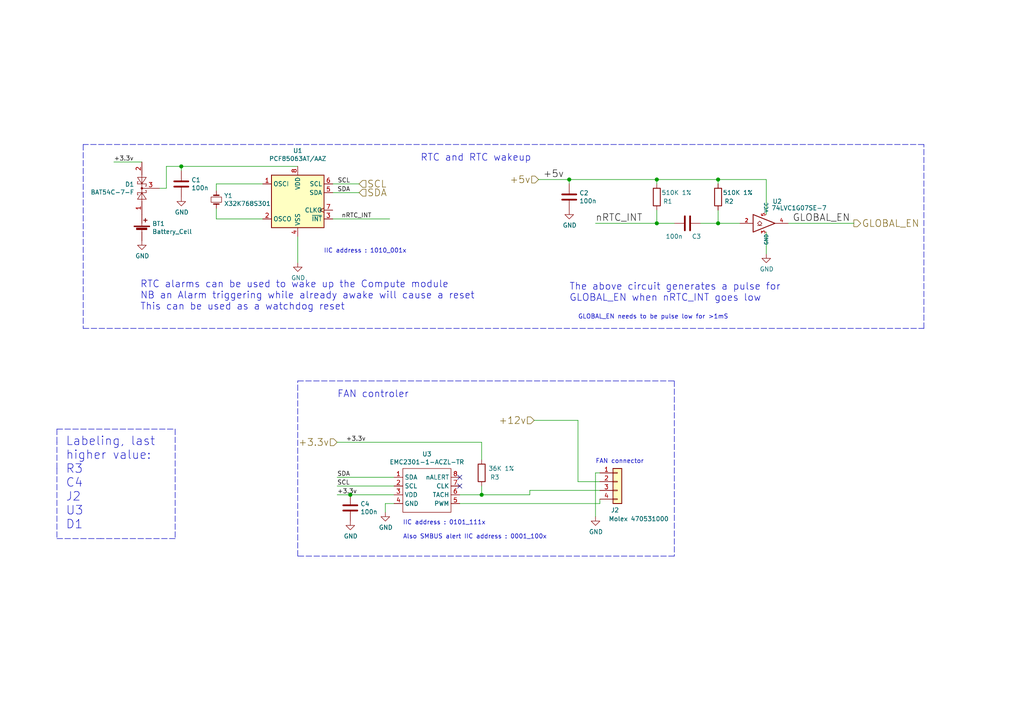
<source format=kicad_sch>
(kicad_sch (version 20210621) (generator eeschema)

  (uuid 3f570801-f100-4642-9b55-9d95a78f7f47)

  (paper "A4")

  (title_block
    (title "RTC")
    (date "2021-10-22")
    (rev "01")
    (company "Surveilia")
    (comment 1 "Author: Chase W. & Kaden T.")
  )

  (lib_symbols
    (symbol "CM4IO:74LVC1G07_copy" (in_bom yes) (on_board yes)
      (property "Reference" "U" (id 0) (at -2.54 3.81 0)
        (effects (font (size 1.27 1.27)))
      )
      (property "Value" "74LVC1G07_copy" (id 1) (at 0 -3.81 0)
        (effects (font (size 1.27 1.27)))
      )
      (property "Footprint" "Package_TO_SOT_SMD:SOT-353_SC-70-5" (id 2) (at 0 0 0)
        (effects (font (size 1.27 1.27)) hide)
      )
      (property "Datasheet" "http://www.ti.com/lit/sg/scyt129e/scyt129e.pdf" (id 3) (at 0 0 0)
        (effects (font (size 1.27 1.27)) hide)
      )
      (property "ki_keywords" "Single Gate Buff LVC CMOS Open Drain" (id 4) (at 0 0 0)
        (effects (font (size 1.27 1.27)) hide)
      )
      (property "ki_description" "Single Buffer Gate w/ Open Drain, Low-Voltage CMOS" (id 5) (at 0 0 0)
        (effects (font (size 1.27 1.27)) hide)
      )
      (property "ki_fp_filters" "SOT* SG-*" (id 6) (at 0 0 0)
        (effects (font (size 1.27 1.27)) hide)
      )
      (symbol "74LVC1G07_copy_0_1"
        (polyline
          (pts
            (xy -2.54 -0.635)
            (xy -1.27 -0.635)
          )
          (stroke (width 0)) (fill (type none))
        )
        (polyline
          (pts
            (xy -3.81 2.54)
            (xy -3.81 -2.54)
            (xy 2.54 0)
            (xy -3.81 2.54)
          )
          (stroke (width 0.254)) (fill (type none))
        )
        (polyline
          (pts
            (xy -1.905 0.635)
            (xy -2.54 0)
            (xy -1.905 -0.635)
            (xy -1.27 0)
            (xy -1.905 0.635)
          )
          (stroke (width 0)) (fill (type none))
        )
      )
      (symbol "74LVC1G07_copy_1_1"
        (pin input line (at -7.62 0 0) (length 3.81)
          (name "~" (effects (font (size 1.016 1.016))))
          (number "2" (effects (font (size 1.016 1.016))))
        )
        (pin power_in line (at 0 -2.54 270) (length 0)
          (name "GND" (effects (font (size 1.016 1.016))))
          (number "3" (effects (font (size 1.016 1.016))))
        )
        (pin open_collector line (at 6.35 0 180) (length 3.81)
          (name "~" (effects (font (size 1.016 1.016))))
          (number "4" (effects (font (size 1.016 1.016))))
        )
        (pin power_in line (at 0 2.54 90) (length 0)
          (name "VCC" (effects (font (size 1.016 1.016))))
          (number "5" (effects (font (size 1.016 1.016))))
        )
      )
    )
    (symbol "CM4IO:EMC2301" (in_bom yes) (on_board yes)
      (property "Reference" "U" (id 0) (at -7.62 13.97 0)
        (effects (font (size 1.27 1.27)))
      )
      (property "Value" "EMC2301" (id 1) (at -1.27 -1.27 0)
        (effects (font (size 1.27 1.27)))
      )
      (property "Footprint" "" (id 2) (at 0 0 0)
        (effects (font (size 1.27 1.27)) hide)
      )
      (property "Datasheet" "" (id 3) (at 0 0 0)
        (effects (font (size 1.27 1.27)) hide)
      )
      (symbol "EMC2301_0_0"
        (pin open_collector line (at -11.43 10.16 0) (length 2.54)
          (name "SDA" (effects (font (size 1.27 1.27))))
          (number "1" (effects (font (size 1.27 1.27))))
        )
        (pin open_collector line (at -11.43 7.62 0) (length 2.54)
          (name "SCL" (effects (font (size 1.27 1.27))))
          (number "2" (effects (font (size 1.27 1.27))))
        )
        (pin power_in line (at -11.43 5.08 0) (length 2.54)
          (name "VDD" (effects (font (size 1.27 1.27))))
          (number "3" (effects (font (size 1.27 1.27))))
        )
        (pin power_in line (at -11.43 2.54 0) (length 2.54)
          (name "GND" (effects (font (size 1.27 1.27))))
          (number "4" (effects (font (size 1.27 1.27))))
        )
        (pin output line (at 7.62 2.54 180) (length 2.54)
          (name "PWM" (effects (font (size 1.27 1.27))))
          (number "5" (effects (font (size 1.27 1.27))))
        )
        (pin input line (at 7.62 5.08 180) (length 2.54)
          (name "TACH" (effects (font (size 1.27 1.27))))
          (number "6" (effects (font (size 1.27 1.27))))
        )
        (pin input line (at 7.62 7.62 180) (length 2.54)
          (name "CLK" (effects (font (size 1.27 1.27))))
          (number "7" (effects (font (size 1.27 1.27))))
        )
        (pin open_collector line (at 7.62 10.16 180) (length 2.54)
          (name "nALERT" (effects (font (size 1.27 1.27))))
          (number "8" (effects (font (size 1.27 1.27))))
        )
      )
      (symbol "EMC2301_0_1"
        (rectangle (start -8.89 12.7) (end 5.08 0)
          (stroke (width 0)) (fill (type none))
        )
      )
    )
    (symbol "Connector_Generic:Conn_01x04" (pin_names hide) (in_bom yes) (on_board yes)
      (property "Reference" "J" (id 0) (at 0 5.08 0)
        (effects (font (size 1.27 1.27)))
      )
      (property "Value" "Conn_01x04" (id 1) (at 0 -7.62 0)
        (effects (font (size 1.27 1.27)))
      )
      (property "Footprint" "" (id 2) (at 0 0 0)
        (effects (font (size 1.27 1.27)) hide)
      )
      (property "Datasheet" "~" (id 3) (at 0 0 0)
        (effects (font (size 1.27 1.27)) hide)
      )
      (property "ki_keywords" "connector" (id 4) (at 0 0 0)
        (effects (font (size 1.27 1.27)) hide)
      )
      (property "ki_description" "Generic connector, single row, 01x04, script generated (kicad-library-utils/schlib/autogen/connector/)" (id 5) (at 0 0 0)
        (effects (font (size 1.27 1.27)) hide)
      )
      (property "ki_fp_filters" "Connector*:*_1x??_*" (id 6) (at 0 0 0)
        (effects (font (size 1.27 1.27)) hide)
      )
      (symbol "Conn_01x04_1_1"
        (rectangle (start -1.27 -4.953) (end 0 -5.207)
          (stroke (width 0)) (fill (type none))
        )
        (rectangle (start -1.27 -2.413) (end 0 -2.667)
          (stroke (width 0)) (fill (type none))
        )
        (rectangle (start -1.27 0.127) (end 0 -0.127)
          (stroke (width 0)) (fill (type none))
        )
        (rectangle (start -1.27 2.667) (end 0 2.413)
          (stroke (width 0)) (fill (type none))
        )
        (rectangle (start -1.27 3.81) (end 1.27 -6.35)
          (stroke (width 0.254)) (fill (type background))
        )
        (pin passive line (at -5.08 2.54 0) (length 3.81)
          (name "Pin_1" (effects (font (size 1.27 1.27))))
          (number "1" (effects (font (size 1.27 1.27))))
        )
        (pin passive line (at -5.08 0 0) (length 3.81)
          (name "Pin_2" (effects (font (size 1.27 1.27))))
          (number "2" (effects (font (size 1.27 1.27))))
        )
        (pin passive line (at -5.08 -2.54 0) (length 3.81)
          (name "Pin_3" (effects (font (size 1.27 1.27))))
          (number "3" (effects (font (size 1.27 1.27))))
        )
        (pin passive line (at -5.08 -5.08 0) (length 3.81)
          (name "Pin_4" (effects (font (size 1.27 1.27))))
          (number "4" (effects (font (size 1.27 1.27))))
        )
      )
    )
    (symbol "Device:Battery_Cell" (pin_numbers hide) (pin_names (offset 0) hide) (in_bom yes) (on_board yes)
      (property "Reference" "BT" (id 0) (at 2.54 2.54 0)
        (effects (font (size 1.27 1.27)) (justify left))
      )
      (property "Value" "Battery_Cell" (id 1) (at 2.54 0 0)
        (effects (font (size 1.27 1.27)) (justify left))
      )
      (property "Footprint" "" (id 2) (at 0 1.524 90)
        (effects (font (size 1.27 1.27)) hide)
      )
      (property "Datasheet" "~" (id 3) (at 0 1.524 90)
        (effects (font (size 1.27 1.27)) hide)
      )
      (property "ki_keywords" "battery cell" (id 4) (at 0 0 0)
        (effects (font (size 1.27 1.27)) hide)
      )
      (property "ki_description" "Single-cell battery" (id 5) (at 0 0 0)
        (effects (font (size 1.27 1.27)) hide)
      )
      (symbol "Battery_Cell_0_1"
        (rectangle (start -2.286 1.778) (end 2.286 1.524)
          (stroke (width 0)) (fill (type outline))
        )
        (rectangle (start -1.5748 1.1938) (end 1.4732 0.6858)
          (stroke (width 0)) (fill (type outline))
        )
        (polyline
          (pts
            (xy 0 0.762)
            (xy 0 0)
          )
          (stroke (width 0)) (fill (type none))
        )
        (polyline
          (pts
            (xy 0 1.778)
            (xy 0 2.54)
          )
          (stroke (width 0)) (fill (type none))
        )
        (polyline
          (pts
            (xy 0.508 3.429)
            (xy 1.524 3.429)
          )
          (stroke (width 0.254)) (fill (type none))
        )
        (polyline
          (pts
            (xy 1.016 3.937)
            (xy 1.016 2.921)
          )
          (stroke (width 0.254)) (fill (type none))
        )
      )
      (symbol "Battery_Cell_1_1"
        (pin passive line (at 0 5.08 270) (length 2.54)
          (name "+" (effects (font (size 1.27 1.27))))
          (number "1" (effects (font (size 1.27 1.27))))
        )
        (pin passive line (at 0 -2.54 90) (length 2.54)
          (name "-" (effects (font (size 1.27 1.27))))
          (number "2" (effects (font (size 1.27 1.27))))
        )
      )
    )
    (symbol "Device:C" (pin_numbers hide) (pin_names (offset 0.254)) (in_bom yes) (on_board yes)
      (property "Reference" "C" (id 0) (at 0.635 2.54 0)
        (effects (font (size 1.27 1.27)) (justify left))
      )
      (property "Value" "C" (id 1) (at 0.635 -2.54 0)
        (effects (font (size 1.27 1.27)) (justify left))
      )
      (property "Footprint" "" (id 2) (at 0.9652 -3.81 0)
        (effects (font (size 1.27 1.27)) hide)
      )
      (property "Datasheet" "~" (id 3) (at 0 0 0)
        (effects (font (size 1.27 1.27)) hide)
      )
      (property "ki_keywords" "cap capacitor" (id 4) (at 0 0 0)
        (effects (font (size 1.27 1.27)) hide)
      )
      (property "ki_description" "Unpolarized capacitor" (id 5) (at 0 0 0)
        (effects (font (size 1.27 1.27)) hide)
      )
      (property "ki_fp_filters" "C_*" (id 6) (at 0 0 0)
        (effects (font (size 1.27 1.27)) hide)
      )
      (symbol "C_0_1"
        (polyline
          (pts
            (xy -2.032 -0.762)
            (xy 2.032 -0.762)
          )
          (stroke (width 0.508)) (fill (type none))
        )
        (polyline
          (pts
            (xy -2.032 0.762)
            (xy 2.032 0.762)
          )
          (stroke (width 0.508)) (fill (type none))
        )
      )
      (symbol "C_1_1"
        (pin passive line (at 0 3.81 270) (length 2.794)
          (name "~" (effects (font (size 1.27 1.27))))
          (number "1" (effects (font (size 1.27 1.27))))
        )
        (pin passive line (at 0 -3.81 90) (length 2.794)
          (name "~" (effects (font (size 1.27 1.27))))
          (number "2" (effects (font (size 1.27 1.27))))
        )
      )
    )
    (symbol "Device:Crystal_Small" (pin_numbers hide) (pin_names hide) (in_bom yes) (on_board yes)
      (property "Reference" "Y" (id 0) (at 0 2.54 0)
        (effects (font (size 1.27 1.27)))
      )
      (property "Value" "Crystal_Small" (id 1) (at 0 -2.54 0)
        (effects (font (size 1.27 1.27)))
      )
      (property "Footprint" "" (id 2) (at 0 0 0)
        (effects (font (size 1.27 1.27)) hide)
      )
      (property "Datasheet" "~" (id 3) (at 0 0 0)
        (effects (font (size 1.27 1.27)) hide)
      )
      (property "ki_keywords" "quartz ceramic resonator oscillator" (id 4) (at 0 0 0)
        (effects (font (size 1.27 1.27)) hide)
      )
      (property "ki_description" "Two pin crystal, small symbol" (id 5) (at 0 0 0)
        (effects (font (size 1.27 1.27)) hide)
      )
      (property "ki_fp_filters" "Crystal*" (id 6) (at 0 0 0)
        (effects (font (size 1.27 1.27)) hide)
      )
      (symbol "Crystal_Small_0_1"
        (rectangle (start -0.762 -1.524) (end 0.762 1.524)
          (stroke (width 0)) (fill (type none))
        )
        (polyline
          (pts
            (xy -1.27 -0.762)
            (xy -1.27 0.762)
          )
          (stroke (width 0.381)) (fill (type none))
        )
        (polyline
          (pts
            (xy 1.27 -0.762)
            (xy 1.27 0.762)
          )
          (stroke (width 0.381)) (fill (type none))
        )
      )
      (symbol "Crystal_Small_1_1"
        (pin passive line (at -2.54 0 0) (length 1.27)
          (name "1" (effects (font (size 1.27 1.27))))
          (number "1" (effects (font (size 1.27 1.27))))
        )
        (pin passive line (at 2.54 0 180) (length 1.27)
          (name "2" (effects (font (size 1.27 1.27))))
          (number "2" (effects (font (size 1.27 1.27))))
        )
      )
    )
    (symbol "Device:R" (pin_numbers hide) (pin_names (offset 0)) (in_bom yes) (on_board yes)
      (property "Reference" "R" (id 0) (at 2.032 0 90)
        (effects (font (size 1.27 1.27)))
      )
      (property "Value" "R" (id 1) (at 0 0 90)
        (effects (font (size 1.27 1.27)))
      )
      (property "Footprint" "" (id 2) (at -1.778 0 90)
        (effects (font (size 1.27 1.27)) hide)
      )
      (property "Datasheet" "~" (id 3) (at 0 0 0)
        (effects (font (size 1.27 1.27)) hide)
      )
      (property "ki_keywords" "R res resistor" (id 4) (at 0 0 0)
        (effects (font (size 1.27 1.27)) hide)
      )
      (property "ki_description" "Resistor" (id 5) (at 0 0 0)
        (effects (font (size 1.27 1.27)) hide)
      )
      (property "ki_fp_filters" "R_*" (id 6) (at 0 0 0)
        (effects (font (size 1.27 1.27)) hide)
      )
      (symbol "R_0_1"
        (rectangle (start -1.016 -2.54) (end 1.016 2.54)
          (stroke (width 0.254)) (fill (type none))
        )
      )
      (symbol "R_1_1"
        (pin passive line (at 0 3.81 270) (length 1.27)
          (name "~" (effects (font (size 1.27 1.27))))
          (number "1" (effects (font (size 1.27 1.27))))
        )
        (pin passive line (at 0 -3.81 90) (length 1.27)
          (name "~" (effects (font (size 1.27 1.27))))
          (number "2" (effects (font (size 1.27 1.27))))
        )
      )
    )
    (symbol "Diode:BAT54C" (in_bom yes) (on_board yes)
      (property "Reference" "D" (id 0) (at 0.635 -3.81 0)
        (effects (font (size 1.27 1.27)) (justify left))
      )
      (property "Value" "BAT54C" (id 1) (at -6.35 3.175 0)
        (effects (font (size 1.27 1.27)) (justify left))
      )
      (property "Footprint" "Package_TO_SOT_SMD:SOT-23" (id 2) (at 1.905 3.175 0)
        (effects (font (size 1.27 1.27)) (justify left) hide)
      )
      (property "Datasheet" "http://www.diodes.com/_files/datasheets/ds11005.pdf" (id 3) (at -2.032 0 0)
        (effects (font (size 1.27 1.27)) hide)
      )
      (property "ki_keywords" "schottky diode common cathode" (id 4) (at 0 0 0)
        (effects (font (size 1.27 1.27)) hide)
      )
      (property "ki_description" "dual schottky barrier diode, common cathode" (id 5) (at 0 0 0)
        (effects (font (size 1.27 1.27)) hide)
      )
      (property "ki_fp_filters" "SOT?23*" (id 6) (at 0 0 0)
        (effects (font (size 1.27 1.27)) hide)
      )
      (symbol "BAT54C_0_1"
        (circle (center 0 0) (radius 0.254) (stroke (width 0)) (fill (type outline)))
        (polyline
          (pts
            (xy -1.905 0)
            (xy 1.905 0)
          )
          (stroke (width 0)) (fill (type none))
        )
        (polyline
          (pts
            (xy -1.905 1.27)
            (xy -1.905 1.016)
          )
          (stroke (width 0)) (fill (type none))
        )
        (polyline
          (pts
            (xy -1.27 -1.27)
            (xy -0.635 -1.27)
          )
          (stroke (width 0)) (fill (type none))
        )
        (polyline
          (pts
            (xy -1.27 0)
            (xy -3.81 0)
          )
          (stroke (width 0)) (fill (type none))
        )
        (polyline
          (pts
            (xy -1.27 1.27)
            (xy -1.905 1.27)
          )
          (stroke (width 0)) (fill (type none))
        )
        (polyline
          (pts
            (xy -1.27 1.27)
            (xy -1.27 -1.27)
          )
          (stroke (width 0)) (fill (type none))
        )
        (polyline
          (pts
            (xy -0.635 -1.27)
            (xy -0.635 -1.016)
          )
          (stroke (width 0)) (fill (type none))
        )
        (polyline
          (pts
            (xy 0.635 -1.27)
            (xy 0.635 -1.016)
          )
          (stroke (width 0)) (fill (type none))
        )
        (polyline
          (pts
            (xy 1.27 -1.27)
            (xy 0.635 -1.27)
          )
          (stroke (width 0)) (fill (type none))
        )
        (polyline
          (pts
            (xy 1.27 1.27)
            (xy 1.27 -1.27)
          )
          (stroke (width 0)) (fill (type none))
        )
        (polyline
          (pts
            (xy 1.27 1.27)
            (xy 1.905 1.27)
          )
          (stroke (width 0)) (fill (type none))
        )
        (polyline
          (pts
            (xy 1.905 1.27)
            (xy 1.905 1.016)
          )
          (stroke (width 0)) (fill (type none))
        )
        (polyline
          (pts
            (xy 3.81 0)
            (xy 1.27 0)
          )
          (stroke (width 0)) (fill (type none))
        )
        (polyline
          (pts
            (xy -3.175 -1.27)
            (xy -3.175 1.27)
            (xy -1.27 0)
            (xy -3.175 -1.27)
          )
          (stroke (width 0)) (fill (type none))
        )
        (polyline
          (pts
            (xy 3.175 -1.27)
            (xy 3.175 1.27)
            (xy 1.27 0)
            (xy 3.175 -1.27)
          )
          (stroke (width 0)) (fill (type none))
        )
      )
      (symbol "BAT54C_1_1"
        (pin passive line (at -7.62 0 0) (length 3.81)
          (name "~" (effects (font (size 1.27 1.27))))
          (number "1" (effects (font (size 1.27 1.27))))
        )
        (pin passive line (at 7.62 0 180) (length 3.81)
          (name "~" (effects (font (size 1.27 1.27))))
          (number "2" (effects (font (size 1.27 1.27))))
        )
        (pin passive line (at 0 -5.08 90) (length 5.08)
          (name "~" (effects (font (size 1.27 1.27))))
          (number "3" (effects (font (size 1.27 1.27))))
        )
      )
    )
    (symbol "Timer_RTC:PCF8563T" (in_bom yes) (on_board yes)
      (property "Reference" "U" (id 0) (at -7.62 8.89 0)
        (effects (font (size 1.27 1.27)) (justify left))
      )
      (property "Value" "PCF8563T" (id 1) (at 2.54 8.89 0)
        (effects (font (size 1.27 1.27)) (justify left))
      )
      (property "Footprint" "Package_SO:SOIC-8_3.9x4.9mm_P1.27mm" (id 2) (at 0 0 0)
        (effects (font (size 1.27 1.27)) hide)
      )
      (property "Datasheet" "https://assets.nexperia.com/documents/data-sheet/PCF8563.pdf" (id 3) (at 0 0 0)
        (effects (font (size 1.27 1.27)) hide)
      )
      (property "ki_keywords" "I2C RTC Clock Calendar" (id 4) (at 0 0 0)
        (effects (font (size 1.27 1.27)) hide)
      )
      (property "ki_description" "Realtime Clock/Calendar I2C Interface, SOIC-8" (id 5) (at 0 0 0)
        (effects (font (size 1.27 1.27)) hide)
      )
      (property "ki_fp_filters" "SOIC*3.9x4.9mm*P1.27mm*" (id 6) (at 0 0 0)
        (effects (font (size 1.27 1.27)) hide)
      )
      (symbol "PCF8563T_0_1"
        (rectangle (start -7.62 7.62) (end 7.62 -7.62)
          (stroke (width 0.254)) (fill (type background))
        )
      )
      (symbol "PCF8563T_1_1"
        (pin input line (at -10.16 5.08 0) (length 2.54)
          (name "OSCI" (effects (font (size 1.27 1.27))))
          (number "1" (effects (font (size 1.27 1.27))))
        )
        (pin output line (at -10.16 -5.08 0) (length 2.54)
          (name "OSCO" (effects (font (size 1.27 1.27))))
          (number "2" (effects (font (size 1.27 1.27))))
        )
        (pin output line (at 10.16 -5.08 180) (length 2.54)
          (name "~{INT}" (effects (font (size 1.27 1.27))))
          (number "3" (effects (font (size 1.27 1.27))))
        )
        (pin power_in line (at 0 -10.16 90) (length 2.54)
          (name "VSS" (effects (font (size 1.27 1.27))))
          (number "4" (effects (font (size 1.27 1.27))))
        )
        (pin bidirectional line (at 10.16 2.54 180) (length 2.54)
          (name "SDA" (effects (font (size 1.27 1.27))))
          (number "5" (effects (font (size 1.27 1.27))))
        )
        (pin input line (at 10.16 5.08 180) (length 2.54)
          (name "SCL" (effects (font (size 1.27 1.27))))
          (number "6" (effects (font (size 1.27 1.27))))
        )
        (pin output clock (at 10.16 -2.54 180) (length 2.54)
          (name "CLKO" (effects (font (size 1.27 1.27))))
          (number "7" (effects (font (size 1.27 1.27))))
        )
        (pin power_in line (at 0 10.16 270) (length 2.54)
          (name "VDD" (effects (font (size 1.27 1.27))))
          (number "8" (effects (font (size 1.27 1.27))))
        )
      )
    )
    (symbol "power:GND" (power) (pin_names (offset 0)) (in_bom yes) (on_board yes)
      (property "Reference" "#PWR" (id 0) (at 0 -6.35 0)
        (effects (font (size 1.27 1.27)) hide)
      )
      (property "Value" "GND" (id 1) (at 0 -3.81 0)
        (effects (font (size 1.27 1.27)))
      )
      (property "Footprint" "" (id 2) (at 0 0 0)
        (effects (font (size 1.27 1.27)) hide)
      )
      (property "Datasheet" "" (id 3) (at 0 0 0)
        (effects (font (size 1.27 1.27)) hide)
      )
      (property "ki_keywords" "power-flag" (id 4) (at 0 0 0)
        (effects (font (size 1.27 1.27)) hide)
      )
      (property "ki_description" "Power symbol creates a global label with name \"GND\" , ground" (id 5) (at 0 0 0)
        (effects (font (size 1.27 1.27)) hide)
      )
      (symbol "GND_0_1"
        (polyline
          (pts
            (xy 0 0)
            (xy 0 -1.27)
            (xy 1.27 -1.27)
            (xy 0 -2.54)
            (xy -1.27 -1.27)
            (xy 0 -1.27)
          )
          (stroke (width 0)) (fill (type none))
        )
      )
      (symbol "GND_1_1"
        (pin power_in line (at 0 0 270) (length 0) hide
          (name "GND" (effects (font (size 1.27 1.27))))
          (number "1" (effects (font (size 1.27 1.27))))
        )
      )
    )
  )


  (junction (at 52.578 48.26) (diameter 1.016) (color 0 0 0 0))
  (junction (at 101.6 143.51) (diameter 1.016) (color 0 0 0 0))
  (junction (at 139.7 143.51) (diameter 1.016) (color 0 0 0 0))
  (junction (at 165.1 52.07) (diameter 1.016) (color 0 0 0 0))
  (junction (at 190.5 52.07) (diameter 1.016) (color 0 0 0 0))
  (junction (at 190.5 64.77) (diameter 1.016) (color 0 0 0 0))
  (junction (at 208.28 52.07) (diameter 1.016) (color 0 0 0 0))
  (junction (at 208.28 64.77) (diameter 1.016) (color 0 0 0 0))

  (no_connect (at 133.35 138.43) (uuid 3e229101-fdab-42e4-bdd8-2ad274f640ae))
  (no_connect (at 133.35 140.97) (uuid 265caea1-7f76-42f6-980d-54fb9ca7841e))

  (wire (pts (xy 33.02 46.99) (xy 41.148 46.99))
    (stroke (width 0) (type solid) (color 0 0 0 0))
    (uuid 6c95e120-dd4d-423b-b063-6a9bed974e2f)
  )
  (wire (pts (xy 46.228 54.61) (xy 48.26 54.61))
    (stroke (width 0) (type solid) (color 0 0 0 0))
    (uuid cef7dc4f-7181-4b6d-87f1-5cac9573a640)
  )
  (wire (pts (xy 48.26 48.26) (xy 52.578 48.26))
    (stroke (width 0) (type solid) (color 0 0 0 0))
    (uuid 05102479-b98b-482b-983c-bb8134dd3092)
  )
  (wire (pts (xy 48.26 54.61) (xy 48.26 48.26))
    (stroke (width 0) (type solid) (color 0 0 0 0))
    (uuid 3533f97d-5907-498f-9ff8-6b43e61617a7)
  )
  (wire (pts (xy 52.578 48.26) (xy 52.578 49.5554))
    (stroke (width 0) (type solid) (color 0 0 0 0))
    (uuid cec01b56-2ad2-4b53-9c2b-fe79e149a913)
  )
  (wire (pts (xy 52.578 48.26) (xy 86.36 48.26))
    (stroke (width 0) (type solid) (color 0 0 0 0))
    (uuid 190f9ffe-7fe2-4737-84d7-695402e3a9b3)
  )
  (wire (pts (xy 62.738 53.34) (xy 62.738 55.372))
    (stroke (width 0) (type solid) (color 0 0 0 0))
    (uuid 700a65b6-e984-4f58-8bd1-75f877f16877)
  )
  (wire (pts (xy 62.738 53.34) (xy 76.2 53.34))
    (stroke (width 0) (type solid) (color 0 0 0 0))
    (uuid c14b829d-3379-4bdf-aa67-ff84b035171b)
  )
  (wire (pts (xy 62.738 63.5) (xy 62.738 60.452))
    (stroke (width 0) (type solid) (color 0 0 0 0))
    (uuid d3a58c59-e22f-4a7e-b450-4f5a05ab45c4)
  )
  (wire (pts (xy 76.2 63.5) (xy 62.738 63.5))
    (stroke (width 0) (type solid) (color 0 0 0 0))
    (uuid 439cab1e-80e4-4d8e-87a9-2d90a3315d83)
  )
  (wire (pts (xy 86.36 68.58) (xy 86.36 76.2))
    (stroke (width 0) (type solid) (color 0 0 0 0))
    (uuid 074779b2-a4a6-46e8-88d6-3be902fff082)
  )
  (wire (pts (xy 96.52 63.5) (xy 113.03 63.5))
    (stroke (width 0) (type solid) (color 0 0 0 0))
    (uuid b42f4c17-7e86-470f-a178-70adebcf1f01)
  )
  (wire (pts (xy 97.79 128.27) (xy 139.7 128.27))
    (stroke (width 0) (type solid) (color 0 0 0 0))
    (uuid b19b41b6-0e4c-49f2-bd11-60be1348ed11)
  )
  (wire (pts (xy 101.6 143.51) (xy 97.79 143.51))
    (stroke (width 0) (type solid) (color 0 0 0 0))
    (uuid ae267ec8-7925-4491-923b-2e2cce0f3d67)
  )
  (wire (pts (xy 104.14 53.34) (xy 96.52 53.34))
    (stroke (width 0) (type solid) (color 0 0 0 0))
    (uuid c78ad88d-8368-409e-9a61-4a0cd98ea4b2)
  )
  (wire (pts (xy 104.14 55.88) (xy 96.52 55.88))
    (stroke (width 0) (type solid) (color 0 0 0 0))
    (uuid 648152fb-756a-48c3-961c-9a7dfc712393)
  )
  (wire (pts (xy 111.76 146.05) (xy 111.76 148.59))
    (stroke (width 0) (type solid) (color 0 0 0 0))
    (uuid 2ab66f0c-9be0-4cc5-bdb1-c3be34626c14)
  )
  (wire (pts (xy 114.3 138.43) (xy 97.79 138.43))
    (stroke (width 0) (type solid) (color 0 0 0 0))
    (uuid ec84176d-9177-4906-bf72-bd1989a97e9c)
  )
  (wire (pts (xy 114.3 140.97) (xy 97.79 140.97))
    (stroke (width 0) (type solid) (color 0 0 0 0))
    (uuid ac0d051a-999a-4d70-8ba0-ca188481507d)
  )
  (wire (pts (xy 114.3 143.51) (xy 101.6 143.51))
    (stroke (width 0) (type solid) (color 0 0 0 0))
    (uuid ab867208-976a-4c23-81f2-999998454a01)
  )
  (wire (pts (xy 114.3 146.05) (xy 111.76 146.05))
    (stroke (width 0) (type solid) (color 0 0 0 0))
    (uuid 90f368b3-596a-42e3-ab01-58a49bf02ccf)
  )
  (wire (pts (xy 133.35 143.51) (xy 139.7 143.51))
    (stroke (width 0) (type solid) (color 0 0 0 0))
    (uuid c819ca8f-7957-46b0-8742-828d2cef5720)
  )
  (wire (pts (xy 133.35 146.05) (xy 173.99 146.05))
    (stroke (width 0) (type solid) (color 0 0 0 0))
    (uuid 2d765dae-adef-403e-9b99-9ed2c9aa51ac)
  )
  (wire (pts (xy 139.7 128.27) (xy 139.7 133.35))
    (stroke (width 0) (type solid) (color 0 0 0 0))
    (uuid 8b672c33-3378-482a-8d85-f4e1b456992a)
  )
  (wire (pts (xy 139.7 143.51) (xy 139.7 140.97))
    (stroke (width 0) (type solid) (color 0 0 0 0))
    (uuid 7d59d5b8-18a2-4704-8854-e35324f7665d)
  )
  (wire (pts (xy 139.7 143.51) (xy 153.67 143.51))
    (stroke (width 0) (type solid) (color 0 0 0 0))
    (uuid dff60818-f06c-41cd-92d7-551f8d99f24c)
  )
  (wire (pts (xy 153.67 142.24) (xy 153.67 143.51))
    (stroke (width 0) (type solid) (color 0 0 0 0))
    (uuid c73bac5f-bbc8-4e16-82ca-011ff624cccc)
  )
  (wire (pts (xy 156.21 52.07) (xy 165.1 52.07))
    (stroke (width 0) (type solid) (color 0 0 0 0))
    (uuid edec3df6-26ee-49cc-8ce3-c68d1dcfaba0)
  )
  (wire (pts (xy 165.1 52.07) (xy 190.5 52.07))
    (stroke (width 0) (type solid) (color 0 0 0 0))
    (uuid 9032aea4-7dc4-4aae-8ad3-7ef02e4ad45e)
  )
  (wire (pts (xy 165.1 53.34) (xy 165.1 52.07))
    (stroke (width 0) (type solid) (color 0 0 0 0))
    (uuid 40f35a75-b745-4c41-95f9-4ba6fdab28a3)
  )
  (wire (pts (xy 167.64 121.92) (xy 154.94 121.92))
    (stroke (width 0) (type solid) (color 0 0 0 0))
    (uuid b0705c1b-2167-4ebb-8543-f7e5c10d2e07)
  )
  (wire (pts (xy 167.64 121.92) (xy 167.64 139.7))
    (stroke (width 0) (type solid) (color 0 0 0 0))
    (uuid 67a4635d-c97c-458f-9af2-e8ba41278447)
  )
  (wire (pts (xy 172.72 64.77) (xy 190.5 64.77))
    (stroke (width 0) (type solid) (color 0 0 0 0))
    (uuid 118413ee-f8e9-4896-bd7b-2fb3f7ceb0be)
  )
  (wire (pts (xy 172.72 137.16) (xy 172.72 149.86))
    (stroke (width 0) (type solid) (color 0 0 0 0))
    (uuid 8a4f64bf-adef-4c0c-9598-4e1f674b12ba)
  )
  (wire (pts (xy 173.99 137.16) (xy 172.72 137.16))
    (stroke (width 0) (type solid) (color 0 0 0 0))
    (uuid e64e5bf5-1419-40f8-9be2-7b03718c6c94)
  )
  (wire (pts (xy 173.99 139.7) (xy 167.64 139.7))
    (stroke (width 0) (type solid) (color 0 0 0 0))
    (uuid 33367508-b1fd-49a2-b01b-ac8adbf8f824)
  )
  (wire (pts (xy 173.99 142.24) (xy 153.67 142.24))
    (stroke (width 0) (type solid) (color 0 0 0 0))
    (uuid 38df89b2-7d65-4d54-a11b-56fa8278ec9d)
  )
  (wire (pts (xy 173.99 146.05) (xy 173.99 144.78))
    (stroke (width 0) (type solid) (color 0 0 0 0))
    (uuid abeb2cfc-b1a5-4312-9bb9-bbb465663b95)
  )
  (wire (pts (xy 190.5 52.07) (xy 190.5 53.34))
    (stroke (width 0) (type solid) (color 0 0 0 0))
    (uuid 7d162c7c-fada-4430-b91c-5941deaa4d61)
  )
  (wire (pts (xy 190.5 52.07) (xy 208.28 52.07))
    (stroke (width 0) (type solid) (color 0 0 0 0))
    (uuid 1b23df38-0ac3-4de9-a2d6-9a8bf8a6736a)
  )
  (wire (pts (xy 190.5 64.77) (xy 190.5 60.96))
    (stroke (width 0) (type solid) (color 0 0 0 0))
    (uuid 98c374b1-2e8c-4a30-85ea-458926f65e59)
  )
  (wire (pts (xy 190.5 64.77) (xy 195.58 64.77))
    (stroke (width 0) (type solid) (color 0 0 0 0))
    (uuid 73b029e2-0877-4754-a59a-cba8d6c497ac)
  )
  (wire (pts (xy 203.2 64.77) (xy 208.28 64.77))
    (stroke (width 0) (type solid) (color 0 0 0 0))
    (uuid ec61812b-ef7b-4fb7-a8d3-ddc858de87fd)
  )
  (wire (pts (xy 208.28 52.07) (xy 208.28 53.34))
    (stroke (width 0) (type solid) (color 0 0 0 0))
    (uuid b7d6e0f0-cb65-4112-8fb4-e5f0c07d2eb3)
  )
  (wire (pts (xy 208.28 52.07) (xy 222.25 52.07))
    (stroke (width 0) (type solid) (color 0 0 0 0))
    (uuid ac7693ea-bba6-4dca-b41f-1ca6d3fce091)
  )
  (wire (pts (xy 208.28 64.77) (xy 208.28 60.96))
    (stroke (width 0) (type solid) (color 0 0 0 0))
    (uuid fce0959a-8f3e-44e5-9686-f63f4e01c4b2)
  )
  (wire (pts (xy 208.28 64.77) (xy 214.63 64.77))
    (stroke (width 0) (type solid) (color 0 0 0 0))
    (uuid ee58cec1-92f4-4608-b197-583a4e310017)
  )
  (wire (pts (xy 222.25 52.07) (xy 222.25 62.23))
    (stroke (width 0) (type solid) (color 0 0 0 0))
    (uuid 64ba5586-9424-44ab-b0f9-fb907f510e1f)
  )
  (wire (pts (xy 222.25 67.31) (xy 222.25 73.66))
    (stroke (width 0) (type solid) (color 0 0 0 0))
    (uuid 7c4010d7-e0b1-4355-9027-776e513a4083)
  )
  (wire (pts (xy 228.6 64.77) (xy 247.65 64.77))
    (stroke (width 0) (type solid) (color 0 0 0 0))
    (uuid fb533209-2ad1-4330-822e-05e4f7623c7d)
  )
  (polyline (pts (xy 16.51 124.46) (xy 16.51 128.27))
    (stroke (width 0) (type default) (color 0 0 0 0))
    (uuid 265da6c6-f3d0-498d-8aad-8da946de1a81)
  )
  (polyline (pts (xy 16.51 124.46) (xy 50.8 124.46))
    (stroke (width 0) (type default) (color 0 0 0 0))
    (uuid 3d1affc4-480b-4524-9156-b43591e6cabf)
  )
  (polyline (pts (xy 16.51 135.89) (xy 16.51 128.27))
    (stroke (width 0) (type default) (color 0 0 0 0))
    (uuid 3d1affc4-480b-4524-9156-b43591e6cabf)
  )
  (polyline (pts (xy 16.51 135.89) (xy 16.51 156.21))
    (stroke (width 0) (type default) (color 0 0 0 0))
    (uuid 6be270b6-aba6-4b7d-b4f2-3ac232640444)
  )
  (polyline (pts (xy 16.51 156.21) (xy 29.21 156.21))
    (stroke (width 0) (type default) (color 0 0 0 0))
    (uuid 6be270b6-aba6-4b7d-b4f2-3ac232640444)
  )
  (polyline (pts (xy 24.13 41.91) (xy 24.13 95.25))
    (stroke (width 0) (type dash) (color 0 0 0 0))
    (uuid b7e64165-307d-4bd9-b48a-c6232d8cf39c)
  )
  (polyline (pts (xy 24.13 95.25) (xy 267.97 95.25))
    (stroke (width 0) (type dash) (color 0 0 0 0))
    (uuid 27cbca81-b509-483b-80c9-91090b7bd42f)
  )
  (polyline (pts (xy 50.8 124.46) (xy 50.8 156.21))
    (stroke (width 0) (type default) (color 0 0 0 0))
    (uuid 3d1affc4-480b-4524-9156-b43591e6cabf)
  )
  (polyline (pts (xy 50.8 156.21) (xy 29.21 156.21))
    (stroke (width 0) (type default) (color 0 0 0 0))
    (uuid 3d1affc4-480b-4524-9156-b43591e6cabf)
  )
  (polyline (pts (xy 86.36 110.49) (xy 195.58 110.49))
    (stroke (width 0) (type dash) (color 0 0 0 0))
    (uuid 13abf55b-a6fa-4f44-9f75-11619ccabca2)
  )
  (polyline (pts (xy 86.36 161.29) (xy 86.36 110.49))
    (stroke (width 0) (type dash) (color 0 0 0 0))
    (uuid 739b96ff-e132-498f-b878-70382a38bea1)
  )
  (polyline (pts (xy 195.58 110.49) (xy 195.58 161.29))
    (stroke (width 0) (type dash) (color 0 0 0 0))
    (uuid 120915bc-394b-4377-a852-bddfda4dcfc4)
  )
  (polyline (pts (xy 195.58 161.29) (xy 86.36 161.29))
    (stroke (width 0) (type dash) (color 0 0 0 0))
    (uuid f12078d7-a6cc-4305-b90a-d542663b26e6)
  )
  (polyline (pts (xy 267.97 41.91) (xy 24.13 41.91))
    (stroke (width 0) (type dash) (color 0 0 0 0))
    (uuid b0d82a42-649c-462e-8005-9455d479d596)
  )
  (polyline (pts (xy 267.97 95.25) (xy 267.97 41.91))
    (stroke (width 0) (type dash) (color 0 0 0 0))
    (uuid 891f4d18-3268-48f4-8c40-8763340fc5d9)
  )

  (text "Labeling, last \nhigher value:\nR3\nC4\nJ2\nU3\nD1" (at 19.05 153.67 0)
    (effects (font (size 2.5 2.5)) (justify left bottom))
    (uuid 3aa8e77f-38e6-4c51-8e6a-3abf4413bf7f)
  )
  (text "RTC alarms can be used to wake up the Compute module\nNB an Alarm triggering while already awake will cause a reset \nThis can be used as a watchdog reset "
    (at 40.64 90.17 0)
    (effects (font (size 2.0066 2.0066)) (justify left bottom))
    (uuid 52751298-1e08-41f3-8de1-932fb6b88d4c)
  )
  (text "IIC address : 1010_001x" (at 93.9038 73.5838 0)
    (effects (font (size 1.27 1.27)) (justify left bottom))
    (uuid f2c5f656-5e3b-4dbd-804f-8a36fe9a1c7f)
  )
  (text "FAN controler" (at 97.79 115.57 0)
    (effects (font (size 2.0066 2.0066)) (justify left bottom))
    (uuid 7f1cb1e5-5e35-481f-828a-89b05ac3de4c)
  )
  (text "IIC address : 0101_111x" (at 116.84 152.4 0)
    (effects (font (size 1.27 1.27)) (justify left bottom))
    (uuid c2e5ab48-3a1f-4838-9b6e-6424455b965c)
  )
  (text "Also SMBUS alert IIC address : 0001_100x" (at 116.8654 156.4894 0)
    (effects (font (size 1.27 1.27)) (justify left bottom))
    (uuid 30c5b515-5834-45ea-9ba4-60e3f3b119ce)
  )
  (text "RTC and RTC wakeup" (at 121.92 46.99 0)
    (effects (font (size 2.0066 2.0066)) (justify left bottom))
    (uuid b473bab3-928f-4e75-b2be-947e2bdb953e)
  )
  (text "The above circuit generates a pulse for\nGLOBAL_EN when nRTC_INT goes low"
    (at 165.1 87.63 0)
    (effects (font (size 2.0066 2.0066)) (justify left bottom))
    (uuid 9336214d-6184-4055-8216-59e256f5d61e)
  )
  (text "GLOBAL_EN needs to be pulse low for >1mS" (at 167.64 92.71 0)
    (effects (font (size 1.27 1.27)) (justify left bottom))
    (uuid c8aec650-f890-43c1-88a5-38bb380f051e)
  )
  (text "FAN connector\n" (at 172.72 134.62 0)
    (effects (font (size 1.27 1.27)) (justify left bottom))
    (uuid bd0c37e2-40e1-45b1-be74-e96607760ebb)
  )

  (label "+3.3v" (at 33.02 46.99 0)
    (effects (font (size 1.27 1.27)) (justify left bottom))
    (uuid 88ab5883-3266-4743-a188-100e48c2459f)
  )
  (label "SDA" (at 97.79 138.43 0)
    (effects (font (size 1.27 1.27)) (justify left bottom))
    (uuid 1aa39e15-5f12-4dea-bdaa-2dc00c602c6a)
  )
  (label "SCL" (at 97.79 140.97 0)
    (effects (font (size 1.27 1.27)) (justify left bottom))
    (uuid 2fa82b0e-3737-496d-9f28-ce8c4ffc45e9)
  )
  (label "+3.3v" (at 97.79 143.51 0)
    (effects (font (size 1.27 1.27)) (justify left bottom))
    (uuid b55c4b2a-1415-4195-b5a6-df4c54cc3af1)
  )
  (label "nRTC_INT" (at 99.06 63.5 0)
    (effects (font (size 1.27 1.27)) (justify left bottom))
    (uuid 9858b873-10e5-4047-a20c-1b7dfa2119a9)
  )
  (label "+3.3v" (at 100.33 128.27 0)
    (effects (font (size 1.27 1.27)) (justify left bottom))
    (uuid a968c3fe-c561-438f-9a19-885f5bc514ee)
  )
  (label "SCL" (at 101.6 53.34 180)
    (effects (font (size 1.27 1.27)) (justify right bottom))
    (uuid 74884109-f201-4718-ab0c-e4121c948971)
  )
  (label "SDA" (at 101.6 55.88 180)
    (effects (font (size 1.27 1.27)) (justify right bottom))
    (uuid a3197e5d-a48d-4a37-81fb-552ebaecd42c)
  )
  (label "+5v" (at 157.48 52.07 0)
    (effects (font (size 2.0066 2.0066)) (justify left bottom))
    (uuid ca94eaee-4236-4c0b-b504-718820ad36b9)
  )
  (label "nRTC_INT" (at 172.72 64.77 0)
    (effects (font (size 2.0066 2.0066)) (justify left bottom))
    (uuid 8d596828-24e1-413b-86e8-3c85ca256921)
  )
  (label "GLOBAL_EN" (at 229.87 64.77 0)
    (effects (font (size 2.0066 2.0066)) (justify left bottom))
    (uuid eeaa9e4d-1712-4735-b1ea-18e5f321b4e5)
  )

  (hierarchical_label "+3.3v" (shape input) (at 97.79 128.27 180)
    (effects (font (size 2.0066 2.0066)) (justify right))
    (uuid d821f36e-af9d-435e-824d-f961362bae82)
  )
  (hierarchical_label "SCL" (shape input) (at 104.14 53.34 0)
    (effects (font (size 2.0066 2.0066)) (justify left))
    (uuid ac082bc1-1cc4-403e-a0a0-c251da039855)
  )
  (hierarchical_label "SDA" (shape input) (at 104.14 55.88 0)
    (effects (font (size 2.0066 2.0066)) (justify left))
    (uuid d2354069-beef-4e3a-892c-80d2b2df4d55)
  )
  (hierarchical_label "+12v" (shape input) (at 154.94 121.92 180)
    (effects (font (size 2.0066 2.0066)) (justify right))
    (uuid 55615257-9d54-409d-843f-62a7c8fd8639)
  )
  (hierarchical_label "+5v" (shape input) (at 156.21 52.07 180)
    (effects (font (size 2.0066 2.0066)) (justify right))
    (uuid b30edb77-ca01-4641-ac1f-12ee4fe205be)
  )
  (hierarchical_label "GLOBAL_EN" (shape output) (at 247.65 64.77 0)
    (effects (font (size 2.0066 2.0066)) (justify left))
    (uuid db79d2ae-787c-4d0c-bcab-8a3766340ce5)
  )

  (symbol (lib_id "power:GND") (at 41.148 69.85 0) (unit 1)
    (in_bom yes) (on_board yes)
    (uuid b0ded49c-135e-4f74-8c52-e000b8ab97b9)
    (property "Reference" "#PWR0127" (id 0) (at 41.148 76.2 0)
      (effects (font (size 1.27 1.27)) hide)
    )
    (property "Value" "GND" (id 1) (at 41.275 74.2442 0))
    (property "Footprint" "" (id 2) (at 41.148 69.85 0)
      (effects (font (size 1.27 1.27)) hide)
    )
    (property "Datasheet" "" (id 3) (at 41.148 69.85 0)
      (effects (font (size 1.27 1.27)) hide)
    )
    (pin "1" (uuid ee4c50e1-2403-43c0-8fe0-96d60381b68d))
  )

  (symbol (lib_id "power:GND") (at 52.578 57.1754 0) (unit 1)
    (in_bom yes) (on_board yes)
    (uuid d898cb43-4e57-4fc5-a23f-e67a28156ea7)
    (property "Reference" "#PWR0124" (id 0) (at 52.578 63.5254 0)
      (effects (font (size 1.27 1.27)) hide)
    )
    (property "Value" "GND" (id 1) (at 52.705 61.5696 0))
    (property "Footprint" "" (id 2) (at 52.578 57.1754 0)
      (effects (font (size 1.27 1.27)) hide)
    )
    (property "Datasheet" "" (id 3) (at 52.578 57.1754 0)
      (effects (font (size 1.27 1.27)) hide)
    )
    (pin "1" (uuid cfb7cd19-6805-4227-9d9d-5c362eaee2b0))
  )

  (symbol (lib_id "power:GND") (at 86.36 76.2 0) (unit 1)
    (in_bom yes) (on_board yes)
    (uuid a6850f9d-730e-4408-9d2a-5b0073cad004)
    (property "Reference" "#PWR0126" (id 0) (at 86.36 82.55 0)
      (effects (font (size 1.27 1.27)) hide)
    )
    (property "Value" "GND" (id 1) (at 86.487 80.5942 0))
    (property "Footprint" "" (id 2) (at 86.36 76.2 0)
      (effects (font (size 1.27 1.27)) hide)
    )
    (property "Datasheet" "" (id 3) (at 86.36 76.2 0)
      (effects (font (size 1.27 1.27)) hide)
    )
    (pin "1" (uuid a35d95ec-90e0-4632-a060-e07b5c91bccb))
  )

  (symbol (lib_id "power:GND") (at 101.6 151.13 0) (unit 1)
    (in_bom yes) (on_board yes)
    (uuid cf78bb69-2eb6-425f-879b-ad98e2bb6a1d)
    (property "Reference" "#PWR0128" (id 0) (at 101.6 157.48 0)
      (effects (font (size 1.27 1.27)) hide)
    )
    (property "Value" "GND" (id 1) (at 101.727 155.5242 0))
    (property "Footprint" "" (id 2) (at 101.6 151.13 0)
      (effects (font (size 1.27 1.27)) hide)
    )
    (property "Datasheet" "" (id 3) (at 101.6 151.13 0)
      (effects (font (size 1.27 1.27)) hide)
    )
    (pin "1" (uuid aaccd66e-4755-410d-aed7-9a5cd192b8b3))
  )

  (symbol (lib_id "power:GND") (at 111.76 148.59 0) (unit 1)
    (in_bom yes) (on_board yes)
    (uuid 746ec8c4-7eaf-4e5d-b4d7-c76fcaa68ef9)
    (property "Reference" "#PWR0129" (id 0) (at 111.76 154.94 0)
      (effects (font (size 1.27 1.27)) hide)
    )
    (property "Value" "GND" (id 1) (at 111.887 152.9842 0))
    (property "Footprint" "" (id 2) (at 111.76 148.59 0)
      (effects (font (size 1.27 1.27)) hide)
    )
    (property "Datasheet" "" (id 3) (at 111.76 148.59 0)
      (effects (font (size 1.27 1.27)) hide)
    )
    (pin "1" (uuid b2686fb7-027c-440b-b355-8f104c772c35))
  )

  (symbol (lib_id "power:GND") (at 165.1 60.96 0) (unit 1)
    (in_bom yes) (on_board yes)
    (uuid 8a946852-e00f-40e7-9cef-0453de8a0761)
    (property "Reference" "#PWR0123" (id 0) (at 165.1 67.31 0)
      (effects (font (size 1.27 1.27)) hide)
    )
    (property "Value" "GND" (id 1) (at 165.227 65.3542 0))
    (property "Footprint" "" (id 2) (at 165.1 60.96 0)
      (effects (font (size 1.27 1.27)) hide)
    )
    (property "Datasheet" "" (id 3) (at 165.1 60.96 0)
      (effects (font (size 1.27 1.27)) hide)
    )
    (pin "1" (uuid ca2f4eb0-3d32-42e2-bc3b-a917256f6db4))
  )

  (symbol (lib_id "power:GND") (at 172.72 149.86 0) (unit 1)
    (in_bom yes) (on_board yes)
    (uuid 42ee5d04-127e-4074-9c1b-719d3be76e05)
    (property "Reference" "#PWR0122" (id 0) (at 172.72 156.21 0)
      (effects (font (size 1.27 1.27)) hide)
    )
    (property "Value" "GND" (id 1) (at 172.847 154.2542 0))
    (property "Footprint" "" (id 2) (at 172.72 149.86 0)
      (effects (font (size 1.27 1.27)) hide)
    )
    (property "Datasheet" "" (id 3) (at 172.72 149.86 0)
      (effects (font (size 1.27 1.27)) hide)
    )
    (pin "1" (uuid 41dc698c-8bbe-4c5c-b25f-256f35417bca))
  )

  (symbol (lib_id "power:GND") (at 222.25 73.66 0) (unit 1)
    (in_bom yes) (on_board yes)
    (uuid afe34309-a317-4eee-9e2b-15ecb5a5081e)
    (property "Reference" "#PWR0125" (id 0) (at 222.25 80.01 0)
      (effects (font (size 1.27 1.27)) hide)
    )
    (property "Value" "GND" (id 1) (at 222.377 78.0542 0))
    (property "Footprint" "" (id 2) (at 222.25 73.66 0)
      (effects (font (size 1.27 1.27)) hide)
    )
    (property "Datasheet" "" (id 3) (at 222.25 73.66 0)
      (effects (font (size 1.27 1.27)) hide)
    )
    (pin "1" (uuid db9f9354-48f2-4996-9893-bbe54c36a454))
  )

  (symbol (lib_id "Device:Crystal_Small") (at 62.738 57.912 90) (unit 1)
    (in_bom yes) (on_board yes)
    (uuid 52d3459e-918a-4cbc-b413-6f5f0bd7f519)
    (property "Reference" "Y1" (id 0) (at 64.9732 56.769 90)
      (effects (font (size 1.27 1.27)) (justify right))
    )
    (property "Value" "X32K768S301" (id 1) (at 64.9732 59.055 90)
      (effects (font (size 1.27 1.27)) (justify right))
    )
    (property "Footprint" "Crystal:Crystal_SMD_3215-2Pin_3.2x1.5mm" (id 2) (at 62.738 57.912 0)
      (effects (font (size 1.27 1.27)) hide)
    )
    (property "Datasheet" "~" (id 3) (at 62.738 57.912 0)
      (effects (font (size 1.27 1.27)) hide)
    )
    (property "Field6" "X32K768S301" (id 4) (at 62.738 57.912 0)
      (effects (font (size 1.27 1.27)) hide)
    )
    (property "Field7" "AEL" (id 5) (at 62.738 57.912 0)
      (effects (font (size 1.27 1.27)) hide)
    )
    (property "Part Description" "Crystal 32.768KHz 7pF 20pmm" (id 6) (at 62.738 57.912 0)
      (effects (font (size 1.27 1.27)) hide)
    )
    (pin "1" (uuid 89a98eff-5e9a-456c-bb1f-a87fb3747d14))
    (pin "2" (uuid c392f342-ff9e-4a12-a989-f9fa43198523))
  )

  (symbol (lib_id "Device:R") (at 139.7 137.16 180) (unit 1)
    (in_bom yes) (on_board yes)
    (uuid 1e63edc0-3cdf-47d1-9e98-95bbc4f87436)
    (property "Reference" "R3" (id 0) (at 143.51 138.43 0))
    (property "Value" "36K 1%" (id 1) (at 145.415 135.89 0))
    (property "Footprint" "Resistor_SMD:R_0402_1005Metric" (id 2) (at 141.478 137.16 90)
      (effects (font (size 1.27 1.27)) hide)
    )
    (property "Datasheet" "https://fscdn.rohm.com/en/products/databook/datasheet/passive/resistor/chip_resistor/mcr-e.pdf" (id 3) (at 139.7 137.16 0)
      (effects (font (size 1.27 1.27)) hide)
    )
    (property "Field4" "Farnell" (id 4) (at 139.7 137.16 0)
      (effects (font (size 1.27 1.27)) hide)
    )
    (property "Field5" "1458788" (id 5) (at 139.7 137.16 0)
      (effects (font (size 1.27 1.27)) hide)
    )
    (property "Field7" "Rohm" (id 6) (at 139.7 137.16 0)
      (effects (font (size 1.27 1.27)) hide)
    )
    (property "Field6" "MCR01MZPF3602" (id 7) (at 139.7 137.16 0)
      (effects (font (size 1.27 1.27)) hide)
    )
    (property "Part Description" "Resistor 36K M1005 1% 63mW" (id 8) (at 139.7 137.16 0)
      (effects (font (size 1.27 1.27)) hide)
    )
    (pin "1" (uuid 679235de-935e-4fc1-a1da-e0d81b7bad8d))
    (pin "2" (uuid 29797307-5b67-41da-a6a1-a43fe25d5481))
  )

  (symbol (lib_id "Device:R") (at 190.5 57.15 180) (unit 1)
    (in_bom yes) (on_board yes)
    (uuid e82f399c-eb02-4e5e-812f-ada22b0bcab1)
    (property "Reference" "R1" (id 0) (at 193.675 58.42 0))
    (property "Value" "510K 1%" (id 1) (at 196.215 55.88 0))
    (property "Footprint" "Resistor_SMD:R_0402_1005Metric" (id 2) (at 192.278 57.15 90)
      (effects (font (size 1.27 1.27)) hide)
    )
    (property "Datasheet" "https://fscdn.rohm.com/en/products/databook/datasheet/passive/resistor/chip_resistor/mcr-e.pdf" (id 3) (at 190.5 57.15 0)
      (effects (font (size 1.27 1.27)) hide)
    )
    (property "Field4" "Farnell" (id 4) (at 190.5 57.15 0)
      (effects (font (size 1.27 1.27)) hide)
    )
    (property "Field5" "1458807" (id 5) (at 190.5 57.15 0)
      (effects (font (size 1.27 1.27)) hide)
    )
    (property "Field7" "Rohm" (id 6) (at 190.5 57.15 0)
      (effects (font (size 1.27 1.27)) hide)
    )
    (property "Field6" "MCR01MZPF5103" (id 7) (at 190.5 57.15 0)
      (effects (font (size 1.27 1.27)) hide)
    )
    (property "Part Description" "Resistor 510K M1005 1% 63mW" (id 8) (at 190.5 57.15 0)
      (effects (font (size 1.27 1.27)) hide)
    )
    (pin "1" (uuid 23056b02-f0d5-4f9f-a466-928c4336747c))
    (pin "2" (uuid 379342ce-96af-4c6a-9865-a9c40848a4a6))
  )

  (symbol (lib_id "Device:R") (at 208.28 57.15 180) (unit 1)
    (in_bom yes) (on_board yes)
    (uuid e05ceeb3-ed87-49fe-9c7f-1429b8b702fc)
    (property "Reference" "R2" (id 0) (at 211.455 58.42 0))
    (property "Value" "510K 1%" (id 1) (at 213.995 55.88 0))
    (property "Footprint" "Resistor_SMD:R_0402_1005Metric" (id 2) (at 210.058 57.15 90)
      (effects (font (size 1.27 1.27)) hide)
    )
    (property "Datasheet" "https://fscdn.rohm.com/en/products/databook/datasheet/passive/resistor/chip_resistor/mcr-e.pdf" (id 3) (at 208.28 57.15 0)
      (effects (font (size 1.27 1.27)) hide)
    )
    (property "Field4" "Farnell" (id 4) (at 208.28 57.15 0)
      (effects (font (size 1.27 1.27)) hide)
    )
    (property "Field5" "1458807" (id 5) (at 208.28 57.15 0)
      (effects (font (size 1.27 1.27)) hide)
    )
    (property "Field7" "Rohm" (id 6) (at 208.28 57.15 0)
      (effects (font (size 1.27 1.27)) hide)
    )
    (property "Field6" "MCR01MZPF5103" (id 7) (at 208.28 57.15 0)
      (effects (font (size 1.27 1.27)) hide)
    )
    (property "Part Description" "Resistor 510K M1005 1% 63mW" (id 8) (at 208.28 57.15 0)
      (effects (font (size 1.27 1.27)) hide)
    )
    (pin "1" (uuid ffd80999-d0ab-450c-be9e-bbc09d779b33))
    (pin "2" (uuid a6df5bfd-0a2f-43b0-bd4f-210b195a03ef))
  )

  (symbol (lib_id "Device:Battery_Cell") (at 41.148 67.31 0) (unit 1)
    (in_bom yes) (on_board yes)
    (uuid 8f895fb7-d775-4754-9766-bfb9cf5e0da5)
    (property "Reference" "BT1" (id 0) (at 44.1452 64.8716 0)
      (effects (font (size 1.27 1.27)) (justify left))
    )
    (property "Value" "Battery_Cell" (id 1) (at 44.1452 67.183 0)
      (effects (font (size 1.27 1.27)) (justify left))
    )
    (property "Footprint" "Battery:BatteryHolder_Keystone_3034_1x20mm" (id 2) (at 41.148 65.786 90)
      (effects (font (size 1.27 1.27)) hide)
    )
    (property "Datasheet" "https://www.keyelco.com/userAssets/file/M65p9.pdf" (id 3) (at 41.148 65.786 90)
      (effects (font (size 1.27 1.27)) hide)
    )
    (property "Field4" "Digikey" (id 4) (at 41.148 67.31 0)
      (effects (font (size 1.27 1.27)) hide)
    )
    (property "Field5" "36-3034-ND" (id 5) (at 41.148 67.31 0)
      (effects (font (size 1.27 1.27)) hide)
    )
    (property "Field6" "3034" (id 6) (at 41.148 67.31 0)
      (effects (font (size 1.27 1.27)) hide)
    )
    (property "Field7" "Keystone" (id 7) (at 41.148 67.31 0)
      (effects (font (size 1.27 1.27)) hide)
    )
    (property "Part Description" "	Battery Retainer Coin, 20.0mm 1 Cell SMD (SMT) Tab" (id 8) (at 41.148 67.31 0)
      (effects (font (size 1.27 1.27)) hide)
    )
    (pin "1" (uuid 8c6bc197-ae2e-40db-a2f1-94a27ca54959))
    (pin "2" (uuid 542a98d2-793e-44b2-a6ac-f4727156d82e))
  )

  (symbol (lib_id "Device:C") (at 52.578 53.3654 0) (unit 1)
    (in_bom yes) (on_board yes)
    (uuid f7268b37-fcbc-4670-b7ed-d7b44d655d32)
    (property "Reference" "C1" (id 0) (at 55.499 52.197 0)
      (effects (font (size 1.27 1.27)) (justify left))
    )
    (property "Value" "100n" (id 1) (at 55.499 54.5084 0)
      (effects (font (size 1.27 1.27)) (justify left))
    )
    (property "Footprint" "Capacitor_SMD:C_0402_1005Metric" (id 2) (at 53.5432 57.1754 0)
      (effects (font (size 1.27 1.27)) hide)
    )
    (property "Datasheet" "https://search.murata.co.jp/Ceramy/image/img/A01X/G101/ENG/GRM155R71C104KA88-01.pdf" (id 3) (at 52.578 53.3654 0)
      (effects (font (size 1.27 1.27)) hide)
    )
    (property "Field4" "Farnell" (id 4) (at 52.578 53.3654 0)
      (effects (font (size 1.27 1.27)) hide)
    )
    (property "Field5" "2611911" (id 5) (at 52.578 53.3654 0)
      (effects (font (size 1.27 1.27)) hide)
    )
    (property "Field6" "RM EMK105 B7104KV-F" (id 6) (at 52.578 53.3654 0)
      (effects (font (size 1.27 1.27)) hide)
    )
    (property "Field7" "TAIYO YUDEN EUROPE GMBH" (id 7) (at 52.578 53.3654 0)
      (effects (font (size 1.27 1.27)) hide)
    )
    (property "Part Description" "	0.1uF 10% 16V Ceramic Capacitor X7R 0402 (1005 Metric)" (id 8) (at 52.578 53.3654 0)
      (effects (font (size 1.27 1.27)) hide)
    )
    (property "Field8" "110091611" (id 9) (at 52.578 53.3654 0)
      (effects (font (size 1.27 1.27)) hide)
    )
    (pin "1" (uuid 9514317e-d52e-45be-a9f1-c8fc7cea7314))
    (pin "2" (uuid b0d41fed-58d2-4b08-bc75-d37b5c53d6a8))
  )

  (symbol (lib_id "Device:C") (at 101.6 147.32 0) (unit 1)
    (in_bom yes) (on_board yes)
    (uuid d2e44409-1419-408a-ba27-f051d0dc41df)
    (property "Reference" "C4" (id 0) (at 104.521 146.1516 0)
      (effects (font (size 1.27 1.27)) (justify left))
    )
    (property "Value" "100n" (id 1) (at 104.521 148.463 0)
      (effects (font (size 1.27 1.27)) (justify left))
    )
    (property "Footprint" "Capacitor_SMD:C_0402_1005Metric" (id 2) (at 102.5652 151.13 0)
      (effects (font (size 1.27 1.27)) hide)
    )
    (property "Datasheet" "https://search.murata.co.jp/Ceramy/image/img/A01X/G101/ENG/GRM155R71C104KA88-01.pdf" (id 3) (at 101.6 147.32 0)
      (effects (font (size 1.27 1.27)) hide)
    )
    (property "Field4" "Farnell" (id 4) (at 101.6 147.32 0)
      (effects (font (size 1.27 1.27)) hide)
    )
    (property "Field5" "2611911" (id 5) (at 101.6 147.32 0)
      (effects (font (size 1.27 1.27)) hide)
    )
    (property "Field6" "RM EMK105 B7104KV-F" (id 6) (at 101.6 147.32 0)
      (effects (font (size 1.27 1.27)) hide)
    )
    (property "Field7" "TAIYO YUDEN EUROPE GMBH" (id 7) (at 101.6 147.32 0)
      (effects (font (size 1.27 1.27)) hide)
    )
    (property "Part Description" "	0.1uF 10% 16V Ceramic Capacitor X7R 0402 (1005 Metric)" (id 8) (at 101.6 147.32 0)
      (effects (font (size 1.27 1.27)) hide)
    )
    (property "Field8" "110091611" (id 9) (at 101.6 147.32 0)
      (effects (font (size 1.27 1.27)) hide)
    )
    (pin "1" (uuid 77f792e0-86e3-40a0-b937-59184c62e2ab))
    (pin "2" (uuid 568010b8-ecfa-45ea-90fb-0b6ca40eb85d))
  )

  (symbol (lib_id "Device:C") (at 165.1 57.15 0) (unit 1)
    (in_bom yes) (on_board yes)
    (uuid 0147610e-c622-4123-8bd1-5e5bab1055bb)
    (property "Reference" "C2" (id 0) (at 168.021 55.9816 0)
      (effects (font (size 1.27 1.27)) (justify left))
    )
    (property "Value" "100n" (id 1) (at 168.021 58.293 0)
      (effects (font (size 1.27 1.27)) (justify left))
    )
    (property "Footprint" "Capacitor_SMD:C_0402_1005Metric" (id 2) (at 166.0652 60.96 0)
      (effects (font (size 1.27 1.27)) hide)
    )
    (property "Datasheet" "https://search.murata.co.jp/Ceramy/image/img/A01X/G101/ENG/GRM155R71C104KA88-01.pdf" (id 3) (at 165.1 57.15 0)
      (effects (font (size 1.27 1.27)) hide)
    )
    (property "Field4" "Farnell" (id 4) (at 165.1 57.15 0)
      (effects (font (size 1.27 1.27)) hide)
    )
    (property "Field5" "2611911" (id 5) (at 165.1 57.15 0)
      (effects (font (size 1.27 1.27)) hide)
    )
    (property "Field6" "RM EMK105 B7104KV-F" (id 6) (at 165.1 57.15 0)
      (effects (font (size 1.27 1.27)) hide)
    )
    (property "Field7" "TAIYO YUDEN EUROPE GMBH" (id 7) (at 165.1 57.15 0)
      (effects (font (size 1.27 1.27)) hide)
    )
    (property "Part Description" "	0.1uF 10% 16V Ceramic Capacitor X7R 0402 (1005 Metric)" (id 8) (at 165.1 57.15 0)
      (effects (font (size 1.27 1.27)) hide)
    )
    (property "Field8" "110091611" (id 9) (at 165.1 57.15 0)
      (effects (font (size 1.27 1.27)) hide)
    )
    (pin "1" (uuid d9df33e6-8340-4235-9129-185d558ecf96))
    (pin "2" (uuid 4ccddbc2-323a-46b4-b780-6d8627febe8f))
  )

  (symbol (lib_id "Device:C") (at 199.39 64.77 270) (unit 1)
    (in_bom yes) (on_board yes)
    (uuid 228bb434-58f1-484d-8303-83f940e6339b)
    (property "Reference" "C3" (id 0) (at 200.66 68.58 90)
      (effects (font (size 1.27 1.27)) (justify left))
    )
    (property "Value" "100n" (id 1) (at 193.04 68.58 90)
      (effects (font (size 1.27 1.27)) (justify left))
    )
    (property "Footprint" "Capacitor_SMD:C_0402_1005Metric" (id 2) (at 195.58 65.7352 0)
      (effects (font (size 1.27 1.27)) hide)
    )
    (property "Datasheet" "https://search.murata.co.jp/Ceramy/image/img/A01X/G101/ENG/GRM155R71C104KA88-01.pdf" (id 3) (at 199.39 64.77 0)
      (effects (font (size 1.27 1.27)) hide)
    )
    (property "Field4" "Farnell" (id 4) (at 199.39 64.77 0)
      (effects (font (size 1.27 1.27)) hide)
    )
    (property "Field5" "2611911" (id 5) (at 199.39 64.77 0)
      (effects (font (size 1.27 1.27)) hide)
    )
    (property "Field6" "RM EMK105 B7104KV-F" (id 6) (at 199.39 64.77 0)
      (effects (font (size 1.27 1.27)) hide)
    )
    (property "Field7" "TAIYO YUDEN EUROPE GMBH" (id 7) (at 199.39 64.77 0)
      (effects (font (size 1.27 1.27)) hide)
    )
    (property "Part Description" "	0.1uF 10% 16V Ceramic Capacitor X7R 0402 (1005 Metric)" (id 8) (at 199.39 64.77 0)
      (effects (font (size 1.27 1.27)) hide)
    )
    (property "Field8" "110091611" (id 9) (at 199.39 64.77 0)
      (effects (font (size 1.27 1.27)) hide)
    )
    (pin "1" (uuid 03c01a63-a991-4a59-bea8-37eb4e409a05))
    (pin "2" (uuid 7e9aabfd-cbe5-4d15-afa0-38709db8ca88))
  )

  (symbol (lib_id "Connector_Generic:Conn_01x04") (at 179.07 139.7 0) (unit 1)
    (in_bom yes) (on_board yes)
    (uuid 733e5494-f4c1-48e5-9ee0-e95626405b93)
    (property "Reference" "J2" (id 0) (at 177.165 147.955 0)
      (effects (font (size 1.27 1.27)) (justify left))
    )
    (property "Value" "Molex 470531000" (id 1) (at 176.53 150.495 0)
      (effects (font (size 1.27 1.27)) (justify left))
    )
    (property "Footprint" "Connector:FanPinHeader_1x04_P2.54mm_Vertical" (id 2) (at 179.07 139.7 0)
      (effects (font (size 1.27 1.27)) hide)
    )
    (property "Datasheet" "https://www.molex.com/pdm_docs/sd/470531000_sd.pdf" (id 3) (at 179.07 139.7 0)
      (effects (font (size 1.27 1.27)) hide)
    )
    (property "Field4" "Farnell" (id 4) (at 179.07 139.7 0)
      (effects (font (size 1.27 1.27)) hide)
    )
    (property "Field5" "	2313705" (id 5) (at 179.07 139.7 0)
      (effects (font (size 1.27 1.27)) hide)
    )
    (property "Field6" "470531000" (id 6) (at 179.07 139.7 0)
      (effects (font (size 1.27 1.27)) hide)
    )
    (property "Field7" "Molex" (id 7) (at 179.07 139.7 0)
      (effects (font (size 1.27 1.27)) hide)
    )
    (property "Part Description" "	Connector Header Through Hole 4 position 0.100\" (2.54mm)" (id 8) (at 179.07 139.7 0)
      (effects (font (size 1.27 1.27)) hide)
    )
    (pin "1" (uuid 0e35cba7-a7cb-4362-a475-eda9ce426ca1))
    (pin "2" (uuid f894a26f-9996-4a35-b798-d621f3a5a93f))
    (pin "3" (uuid 5eda4fd5-6b5d-48c1-a7c0-512dc97a53d7))
    (pin "4" (uuid 6fa81a50-3d71-484f-b0cd-bcd272de2c94))
  )

  (symbol (lib_id "CM4IO:74LVC1G07_copy") (at 222.25 64.77 0) (unit 1)
    (in_bom yes) (on_board yes)
    (uuid 0a15892f-8a97-425d-a072-c729f28f2137)
    (property "Reference" "U2" (id 0) (at 225.425 58.42 0))
    (property "Value" "74LVC1G07SE-7" (id 1) (at 231.775 60.325 0))
    (property "Footprint" "Package_TO_SOT_SMD:SOT-353_SC-70-5" (id 2) (at 222.25 64.77 0)
      (effects (font (size 1.27 1.27)) hide)
    )
    (property "Datasheet" "https://www.diodes.com/assets/Datasheets/74LVC1G07.pdf" (id 3) (at 222.25 64.77 0)
      (effects (font (size 1.27 1.27)) hide)
    )
    (property "Field4" "Farnell" (id 4) (at 222.25 64.77 0)
      (effects (font (size 1.27 1.27)) hide)
    )
    (property "Field5" "2425492" (id 5) (at 222.25 64.77 0)
      (effects (font (size 1.27 1.27)) hide)
    )
    (property "Field6" "74LVC1G07SE-7" (id 6) (at 222.25 64.77 0)
      (effects (font (size 1.27 1.27)) hide)
    )
    (property "Field7" "Diodes" (id 7) (at 222.25 64.77 0)
      (effects (font (size 1.27 1.27)) hide)
    )
    (property "Part Description" "Buffer, Non-Inverting 1 Element 1 Bit per Element Open Drain Output SOT-353" (id 8) (at 222.25 64.77 0)
      (effects (font (size 1.27 1.27)) hide)
    )
    (pin "2" (uuid edfaac64-5520-4d14-883b-07b1894517ce))
    (pin "3" (uuid 72a2694e-06b0-4979-98f8-8ccc2f5142fe))
    (pin "4" (uuid 3c80ca14-dffb-48bb-bfdc-3fccbb023e1f))
    (pin "5" (uuid c3020a81-780c-463e-b258-72ce1c634126))
  )

  (symbol (lib_id "Diode:BAT54C") (at 41.148 54.61 90) (unit 1)
    (in_bom yes) (on_board yes)
    (uuid ea0ecda9-801f-4ecd-99eb-cf7e2e3bee1d)
    (property "Reference" "D1" (id 0) (at 38.9382 53.467 90)
      (effects (font (size 1.27 1.27)) (justify left))
    )
    (property "Value" "BAT54C-7-F" (id 1) (at 38.9382 55.753 90)
      (effects (font (size 1.27 1.27)) (justify left))
    )
    (property "Footprint" "Package_TO_SOT_SMD:SOT-23" (id 2) (at 37.973 52.705 0)
      (effects (font (size 1.27 1.27)) (justify left) hide)
    )
    (property "Datasheet" "http://www.farnell.com/datasheets/2861240.pdf?_ga=2.129831176.54358802.1587372871-1787849031.1568210898&_gac=1.175311126.1587399424.EAIaIQobChMInOvF07P36AIVw7HtCh0NWwCeEAAYAyAAEgI0YfD_BwE" (id 3) (at 41.148 56.642 0)
      (effects (font (size 1.27 1.27)) hide)
    )
    (property "Field4" "Farnell" (id 4) (at 41.148 54.61 0)
      (effects (font (size 1.27 1.27)) hide)
    )
    (property "Field5" "2306010" (id 5) (at 41.148 54.61 0)
      (effects (font (size 1.27 1.27)) hide)
    )
    (property "Field6" "BAT54C-7-F" (id 6) (at 41.148 54.61 0)
      (effects (font (size 1.27 1.27)) hide)
    )
    (property "Field7" "Rohm" (id 7) (at 41.148 54.61 0)
      (effects (font (size 1.27 1.27)) hide)
    )
    (property "Part Description" "Diode Array 1 Pair Common Cathode Schottky 30V 200mA (DC) Surface Mount TO-236-3, SC-59, SOT-23-3" (id 8) (at 41.148 54.61 0)
      (effects (font (size 1.27 1.27)) hide)
    )
    (pin "1" (uuid 54f5ff2f-79e5-40ed-a46d-45fcf8e01b44))
    (pin "2" (uuid 5a1051e1-3acd-486a-8fc3-0188d72f73a0))
    (pin "3" (uuid ef1a5467-36de-41f8-bf2c-664cfb7df595))
  )

  (symbol (lib_id "CM4IO:EMC2301") (at 125.73 148.59 0) (unit 1)
    (in_bom yes) (on_board yes)
    (uuid 2b05d602-5cee-4b81-ac0f-bfa47b1c4074)
    (property "Reference" "U3" (id 0) (at 123.825 131.699 0))
    (property "Value" "EMC2301-1-ACZL-TR" (id 1) (at 123.825 134.0104 0))
    (property "Footprint" "Package_SO:SOIC-8_5.23x5.23mm_P1.27mm" (id 2) (at 125.73 148.59 0)
      (effects (font (size 1.27 1.27)) hide)
    )
    (property "Datasheet" "https://ww1.microchip.com/downloads/en/DeviceDoc/2301.pdf" (id 3) (at 125.73 148.59 0)
      (effects (font (size 1.27 1.27)) hide)
    )
    (property "Field4" "Digikey" (id 4) (at 125.73 148.59 0)
      (effects (font (size 1.27 1.27)) hide)
    )
    (property "Field5" "EMC2301-1-ACZL-CT-ND" (id 5) (at 125.73 148.59 0)
      (effects (font (size 1.27 1.27)) hide)
    )
    (property "Field6" "EMC2301-1-ACZL-TR" (id 6) (at 125.73 148.59 0)
      (effects (font (size 1.27 1.27)) hide)
    )
    (property "Field7" "Microchip" (id 7) (at 125.73 148.59 0)
      (effects (font (size 1.27 1.27)) hide)
    )
    (property "Part Description" "Motor Driver PWM 8-MSOP" (id 8) (at 125.73 148.59 0)
      (effects (font (size 1.27 1.27)) hide)
    )
    (pin "1" (uuid 16719db7-b2a9-416d-9c47-1c8f3b413ae4))
    (pin "2" (uuid cc8c125b-f694-483e-8826-06569acad444))
    (pin "3" (uuid 5ac0fb96-4f1f-4004-a06d-fe968640245f))
    (pin "4" (uuid 14ae6bb6-edc6-4ab8-bcce-ef0721505e53))
    (pin "5" (uuid 0b9e76e7-7760-40da-a137-35f23f993d5d))
    (pin "6" (uuid 208e4fe6-d5ec-415a-ae89-4701fa71d1ef))
    (pin "7" (uuid 26bee519-e545-46f3-8f54-cc7cea0ec58b))
    (pin "8" (uuid afc86b39-8edb-41a7-a066-b2ff07cc8228))
  )

  (symbol (lib_id "Timer_RTC:PCF8563T") (at 86.36 58.42 0) (unit 1)
    (in_bom yes) (on_board yes)
    (uuid 3b447072-04d4-4575-89a5-4740900176a9)
    (property "Reference" "U1" (id 0) (at 86.36 43.7134 0))
    (property "Value" "PCF85063AT/AAZ" (id 1) (at 86.36 46.0248 0))
    (property "Footprint" "Package_SO:SOIC-8_3.9x4.9mm_P1.27mm" (id 2) (at 86.36 58.42 0)
      (effects (font (size 1.27 1.27)) hide)
    )
    (property "Datasheet" "https://www.nxp.com/docs/en/data-sheet/PCF85063A.pdf" (id 3) (at 86.36 58.42 0)
      (effects (font (size 1.27 1.27)) hide)
    )
    (property "Field4" "Farnell" (id 4) (at 86.36 58.42 0)
      (effects (font (size 1.27 1.27)) hide)
    )
    (property "Field5" "2890042" (id 5) (at 86.36 58.42 0)
      (effects (font (size 1.27 1.27)) hide)
    )
    (property "Field7" "NXP" (id 6) (at 86.36 58.42 0)
      (effects (font (size 1.27 1.27)) hide)
    )
    (property "Field6" "PCF85063AT/AAZ" (id 7) (at 86.36 58.42 0)
      (effects (font (size 1.27 1.27)) hide)
    )
    (property "Part Description" "Real Time Clock (RTC) IC Clock/Calendar I²C, 2-Wire Serial 8-SOIC (0.154\", 3.90mm Width)" (id 8) (at 86.36 58.42 0)
      (effects (font (size 1.27 1.27)) hide)
    )
    (pin "1" (uuid 4dff5ee5-7f62-4001-aee7-bfe340a9205f))
    (pin "2" (uuid 30c343ee-bf5c-40d6-bcfe-3321480b75c9))
    (pin "3" (uuid 8d9750f5-b061-4bec-a342-3489630dbd7d))
    (pin "4" (uuid 7540feb3-90f2-4571-9812-829f8c1309dc))
    (pin "5" (uuid b2b5f260-a777-4414-97e1-4d451534869c))
    (pin "6" (uuid 94f34545-8e45-49d8-8cef-9623babcea66))
    (pin "7" (uuid bfbb1a8c-def4-48da-83c8-8a8abb056dd9))
    (pin "8" (uuid ba7aeca9-23dc-4355-af0f-c46fd0177d36))
  )
)

</source>
